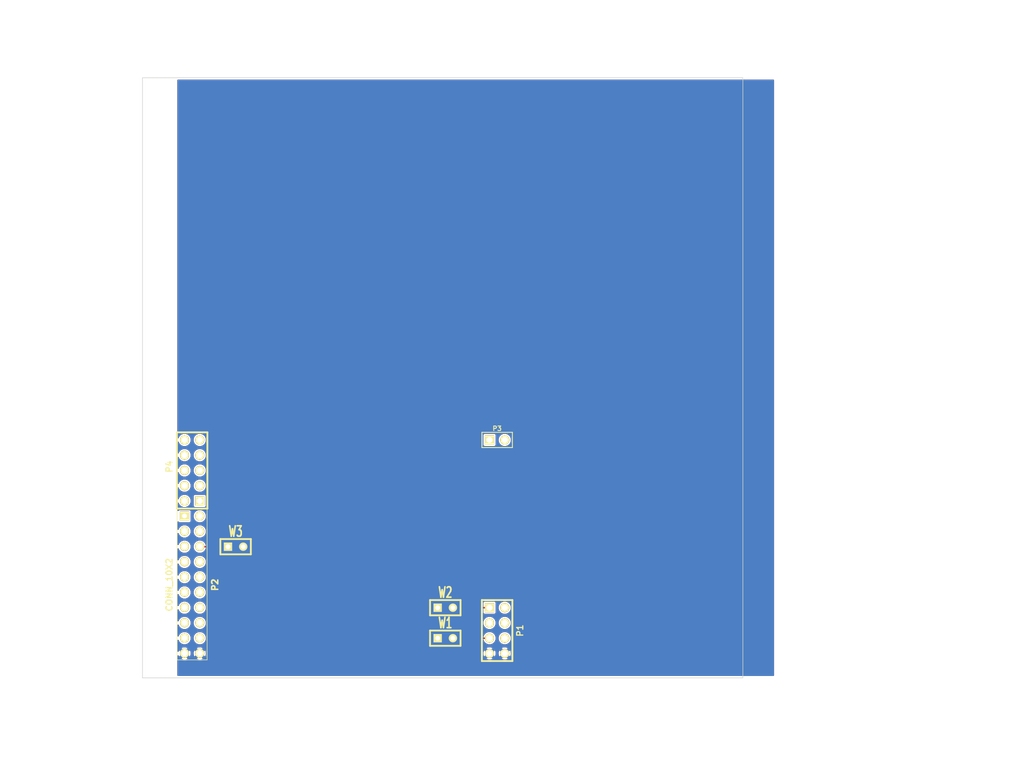
<source format=kicad_pcb>
(kicad_pcb (version 3) (host pcbnew "(2013-07-07 BZR 4022)-stable")

  (general
    (links 7)
    (no_connects 1)
    (area 96.266 79.121 266.827001 205.740001)
    (thickness 1.6)
    (drawings 16)
    (tracks 3)
    (zones 0)
    (modules 7)
    (nets 5)
  )

  (page A3)
  (layers
    (15 F.Cu signal)
    (0 B.Cu signal)
    (16 B.Adhes user)
    (17 F.Adhes user)
    (18 B.Paste user)
    (19 F.Paste user)
    (20 B.SilkS user)
    (21 F.SilkS user)
    (22 B.Mask user)
    (23 F.Mask user)
    (24 Dwgs.User user)
    (25 Cmts.User user)
    (26 Eco1.User user)
    (27 Eco2.User user)
    (28 Edge.Cuts user)
  )

  (setup
    (last_trace_width 0.254)
    (trace_clearance 0.2032)
    (zone_clearance 0.254)
    (zone_45_only no)
    (trace_min 0.254)
    (segment_width 0.2)
    (edge_width 0.1)
    (via_size 0.889)
    (via_drill 0.635)
    (via_min_size 0.889)
    (via_min_drill 0.508)
    (uvia_size 0.508)
    (uvia_drill 0.127)
    (uvias_allowed no)
    (uvia_min_size 0.508)
    (uvia_min_drill 0.127)
    (pcb_text_width 0.3)
    (pcb_text_size 1.5 1.5)
    (mod_edge_width 0.15)
    (mod_text_size 1 1)
    (mod_text_width 0.15)
    (pad_size 1.5 1.5)
    (pad_drill 0.6)
    (pad_to_mask_clearance 0)
    (aux_axis_origin 0 0)
    (visible_elements 7FFFFFFF)
    (pcbplotparams
      (layerselection 3178497)
      (usegerberextensions true)
      (excludeedgelayer true)
      (linewidth 0.150000)
      (plotframeref false)
      (viasonmask false)
      (mode 1)
      (useauxorigin false)
      (hpglpennumber 1)
      (hpglpenspeed 20)
      (hpglpendiameter 15)
      (hpglpenoverlay 2)
      (psnegative false)
      (psa4output false)
      (plotreference true)
      (plotvalue true)
      (plotothertext true)
      (plotinvisibletext false)
      (padsonsilk false)
      (subtractmaskfromsilk false)
      (outputformat 1)
      (mirror false)
      (drillshape 0)
      (scaleselection 1)
      (outputdirectory ""))
  )

  (net 0 "")
  (net 1 /PA8)
  (net 2 /PC6)
  (net 3 CAN_RX)
  (net 4 GND)

  (net_class Default "This is the default net class."
    (clearance 0.2032)
    (trace_width 0.254)
    (via_dia 0.889)
    (via_drill 0.635)
    (uvia_dia 0.508)
    (uvia_drill 0.127)
    (add_net "")
    (add_net /PA8)
    (add_net /PC6)
    (add_net CAN_RX)
    (add_net GND)
  )

  (module pin_array_4x2 (layer F.Cu) (tedit 3FAB90E6) (tstamp 52DB405B)
    (at 179.07 184.15 270)
    (descr "Double rangee de contacts 2 x 4 pins")
    (tags CONN)
    (path /52DB4402)
    (fp_text reference P1 (at 0 -3.81 270) (layer F.SilkS)
      (effects (font (size 1.016 1.016) (thickness 0.2032)))
    )
    (fp_text value CONN_4X2 (at 0 3.81 270) (layer F.SilkS) hide
      (effects (font (size 1.016 1.016) (thickness 0.2032)))
    )
    (fp_line (start -5.08 -2.54) (end 5.08 -2.54) (layer F.SilkS) (width 0.3048))
    (fp_line (start 5.08 -2.54) (end 5.08 2.54) (layer F.SilkS) (width 0.3048))
    (fp_line (start 5.08 2.54) (end -5.08 2.54) (layer F.SilkS) (width 0.3048))
    (fp_line (start -5.08 2.54) (end -5.08 -2.54) (layer F.SilkS) (width 0.3048))
    (pad 1 thru_hole rect (at -3.81 1.27 270) (size 1.524 1.524) (drill 1.016)
      (layers *.Cu *.Mask F.SilkS)
      (net 1 /PA8)
    )
    (pad 2 thru_hole circle (at -3.81 -1.27 270) (size 1.524 1.524) (drill 1.016)
      (layers *.Cu *.Mask F.SilkS)
    )
    (pad 3 thru_hole circle (at -1.27 1.27 270) (size 1.524 1.524) (drill 1.016)
      (layers *.Cu *.Mask F.SilkS)
    )
    (pad 4 thru_hole circle (at -1.27 -1.27 270) (size 1.524 1.524) (drill 1.016)
      (layers *.Cu *.Mask F.SilkS)
    )
    (pad 5 thru_hole circle (at 1.27 1.27 270) (size 1.524 1.524) (drill 1.016)
      (layers *.Cu *.Mask F.SilkS)
      (net 2 /PC6)
    )
    (pad 6 thru_hole circle (at 1.27 -1.27 270) (size 1.524 1.524) (drill 1.016)
      (layers *.Cu *.Mask F.SilkS)
    )
    (pad 7 thru_hole circle (at 3.81 1.27 270) (size 1.524 1.524) (drill 1.016)
      (layers *.Cu *.Mask F.SilkS)
      (net 4 GND)
    )
    (pad 8 thru_hole circle (at 3.81 -1.27 270) (size 1.524 1.524) (drill 1.016)
      (layers *.Cu *.Mask F.SilkS)
      (net 4 GND)
    )
    (model pin_array/pins_array_4x2.wrl
      (at (xyz 0 0 0))
      (scale (xyz 1 1 1))
      (rotate (xyz 0 0 0))
    )
  )

  (module PIN_ARRAY_5x2 (layer F.Cu) (tedit 3FCF2109) (tstamp 52DB425D)
    (at 128.27 157.48 90)
    (descr "Double rangee de contacts 2 x 5 pins")
    (tags CONN)
    (path /52DB49D4)
    (fp_text reference P4 (at 0.635 -3.81 90) (layer F.SilkS)
      (effects (font (size 1.016 1.016) (thickness 0.2032)))
    )
    (fp_text value CONN_5X2 (at 0 -3.81 90) (layer F.SilkS) hide
      (effects (font (size 1.016 1.016) (thickness 0.2032)))
    )
    (fp_line (start -6.35 -2.54) (end 6.35 -2.54) (layer F.SilkS) (width 0.3048))
    (fp_line (start 6.35 -2.54) (end 6.35 2.54) (layer F.SilkS) (width 0.3048))
    (fp_line (start 6.35 2.54) (end -6.35 2.54) (layer F.SilkS) (width 0.3048))
    (fp_line (start -6.35 2.54) (end -6.35 -2.54) (layer F.SilkS) (width 0.3048))
    (pad 1 thru_hole rect (at -5.08 1.27 90) (size 1.524 1.524) (drill 1.016)
      (layers *.Cu *.Mask F.SilkS)
    )
    (pad 2 thru_hole circle (at -5.08 -1.27 90) (size 1.524 1.524) (drill 1.016)
      (layers *.Cu *.Mask F.SilkS)
    )
    (pad 3 thru_hole circle (at -2.54 1.27 90) (size 1.524 1.524) (drill 1.016)
      (layers *.Cu *.Mask F.SilkS)
    )
    (pad 4 thru_hole circle (at -2.54 -1.27 90) (size 1.524 1.524) (drill 1.016)
      (layers *.Cu *.Mask F.SilkS)
    )
    (pad 5 thru_hole circle (at 0 1.27 90) (size 1.524 1.524) (drill 1.016)
      (layers *.Cu *.Mask F.SilkS)
    )
    (pad 6 thru_hole circle (at 0 -1.27 90) (size 1.524 1.524) (drill 1.016)
      (layers *.Cu *.Mask F.SilkS)
    )
    (pad 7 thru_hole circle (at 2.54 1.27 90) (size 1.524 1.524) (drill 1.016)
      (layers *.Cu *.Mask F.SilkS)
    )
    (pad 8 thru_hole circle (at 2.54 -1.27 90) (size 1.524 1.524) (drill 1.016)
      (layers *.Cu *.Mask F.SilkS)
    )
    (pad 9 thru_hole circle (at 5.08 1.27 90) (size 1.524 1.524) (drill 1.016)
      (layers *.Cu *.Mask F.SilkS)
    )
    (pad 10 thru_hole circle (at 5.08 -1.27 90) (size 1.524 1.524) (drill 1.016)
      (layers *.Cu *.Mask F.SilkS)
    )
    (model pin_array/pins_array_5x2.wrl
      (at (xyz 0 0 0))
      (scale (xyz 1 1 1))
      (rotate (xyz 0 0 0))
    )
  )

  (module PIN_ARRAY_2X1 (layer F.Cu) (tedit 4565C520) (tstamp 52DB4267)
    (at 179.07 152.4)
    (descr "Connecteurs 2 pins")
    (tags "CONN DEV")
    (path /52DB49B9)
    (fp_text reference P3 (at 0 -1.905) (layer F.SilkS)
      (effects (font (size 0.762 0.762) (thickness 0.1524)))
    )
    (fp_text value CONN_2 (at 0 -1.905) (layer F.SilkS) hide
      (effects (font (size 0.762 0.762) (thickness 0.1524)))
    )
    (fp_line (start -2.54 1.27) (end -2.54 -1.27) (layer F.SilkS) (width 0.1524))
    (fp_line (start -2.54 -1.27) (end 2.54 -1.27) (layer F.SilkS) (width 0.1524))
    (fp_line (start 2.54 -1.27) (end 2.54 1.27) (layer F.SilkS) (width 0.1524))
    (fp_line (start 2.54 1.27) (end -2.54 1.27) (layer F.SilkS) (width 0.1524))
    (pad 1 thru_hole rect (at -1.27 0) (size 1.524 1.524) (drill 1.016)
      (layers *.Cu *.Mask F.SilkS)
    )
    (pad 2 thru_hole circle (at 1.27 0) (size 1.524 1.524) (drill 1.016)
      (layers *.Cu *.Mask F.SilkS)
    )
    (model pin_array/pins_array_2x1.wrl
      (at (xyz 0 0 0))
      (scale (xyz 1 1 1))
      (rotate (xyz 0 0 0))
    )
  )

  (module SIL-2 (layer F.Cu) (tedit 200000) (tstamp 52DBF668)
    (at 170.434 185.42)
    (descr "Connecteurs 2 pins")
    (tags "CONN DEV")
    (path /52DB714B)
    (fp_text reference W1 (at 0 -2.54) (layer F.SilkS)
      (effects (font (size 1.72974 1.08712) (thickness 0.3048)))
    )
    (fp_text value TEST (at 0 -2.54) (layer F.SilkS) hide
      (effects (font (size 1.524 1.016) (thickness 0.3048)))
    )
    (fp_line (start -2.54 1.27) (end -2.54 -1.27) (layer F.SilkS) (width 0.3048))
    (fp_line (start -2.54 -1.27) (end 2.54 -1.27) (layer F.SilkS) (width 0.3048))
    (fp_line (start 2.54 -1.27) (end 2.54 1.27) (layer F.SilkS) (width 0.3048))
    (fp_line (start 2.54 1.27) (end -2.54 1.27) (layer F.SilkS) (width 0.3048))
    (pad 1 thru_hole rect (at -1.27 0) (size 1.397 1.397) (drill 0.8128)
      (layers *.Cu *.Mask F.SilkS)
    )
    (pad 2 thru_hole circle (at 1.27 0) (size 1.397 1.397) (drill 0.8128)
      (layers *.Cu *.Mask F.SilkS)
      (net 2 /PC6)
    )
  )

  (module SIL-2 (layer F.Cu) (tedit 200000) (tstamp 52DBF672)
    (at 170.434 180.34)
    (descr "Connecteurs 2 pins")
    (tags "CONN DEV")
    (path /52DB716E)
    (fp_text reference W2 (at 0 -2.54) (layer F.SilkS)
      (effects (font (size 1.72974 1.08712) (thickness 0.3048)))
    )
    (fp_text value TEST (at 0 -2.54) (layer F.SilkS) hide
      (effects (font (size 1.524 1.016) (thickness 0.3048)))
    )
    (fp_line (start -2.54 1.27) (end -2.54 -1.27) (layer F.SilkS) (width 0.3048))
    (fp_line (start -2.54 -1.27) (end 2.54 -1.27) (layer F.SilkS) (width 0.3048))
    (fp_line (start 2.54 -1.27) (end 2.54 1.27) (layer F.SilkS) (width 0.3048))
    (fp_line (start 2.54 1.27) (end -2.54 1.27) (layer F.SilkS) (width 0.3048))
    (pad 1 thru_hole rect (at -1.27 0) (size 1.397 1.397) (drill 0.8128)
      (layers *.Cu *.Mask F.SilkS)
    )
    (pad 2 thru_hole circle (at 1.27 0) (size 1.397 1.397) (drill 0.8128)
      (layers *.Cu *.Mask F.SilkS)
      (net 1 /PA8)
    )
  )

  (module SIL-2 (layer F.Cu) (tedit 200000) (tstamp 52DBF70C)
    (at 135.509 170.18)
    (descr "Connecteurs 2 pins")
    (tags "CONN DEV")
    (path /52DBF6EE)
    (fp_text reference W3 (at 0 -2.54) (layer F.SilkS)
      (effects (font (size 1.72974 1.08712) (thickness 0.3048)))
    )
    (fp_text value TEST (at 0 -2.54) (layer F.SilkS) hide
      (effects (font (size 1.524 1.016) (thickness 0.3048)))
    )
    (fp_line (start -2.54 1.27) (end -2.54 -1.27) (layer F.SilkS) (width 0.3048))
    (fp_line (start -2.54 -1.27) (end 2.54 -1.27) (layer F.SilkS) (width 0.3048))
    (fp_line (start 2.54 -1.27) (end 2.54 1.27) (layer F.SilkS) (width 0.3048))
    (fp_line (start 2.54 1.27) (end -2.54 1.27) (layer F.SilkS) (width 0.3048))
    (pad 1 thru_hole rect (at -1.27 0) (size 1.397 1.397) (drill 0.8128)
      (layers *.Cu *.Mask F.SilkS)
      (net 3 CAN_RX)
    )
    (pad 2 thru_hole circle (at 1.27 0) (size 1.397 1.397) (drill 0.8128)
      (layers *.Cu *.Mask F.SilkS)
      (net 3 CAN_RX)
    )
  )

  (module PIN_ARRAY_10X2_M (layer F.Cu) (tedit 52B7206D) (tstamp 52DB4077)
    (at 128.27 176.53 270)
    (path /52DB4411)
    (fp_text reference P2 (at 0 -3.81 270) (layer F.SilkS)
      (effects (font (size 1.016 1.016) (thickness 0.254)))
    )
    (fp_text value CONN_10X2 (at 0 3.81 270) (layer F.SilkS)
      (effects (font (size 1.016 1.016) (thickness 0.2032)))
    )
    (fp_line (start 12.49934 2.49936) (end 12.49934 -2.49936) (layer F.SilkS) (width 0.09906))
    (fp_line (start 12.49934 -2.49936) (end -12.7508 -2.49936) (layer F.SilkS) (width 0.09906))
    (fp_line (start -12.7508 -2.49936) (end -12.7508 2.49936) (layer F.SilkS) (width 0.09906))
    (fp_line (start -12.7508 2.49936) (end 12.49934 2.49936) (layer F.SilkS) (width 0.09906))
    (pad 1 thru_hole rect (at -11.47064 1.27 270) (size 1.524 1.524) (drill 0.8128)
      (layers *.Cu *.Mask F.SilkS)
    )
    (pad 2 thru_hole circle (at -11.47064 -1.27 270) (size 1.524 1.524) (drill 1.016)
      (layers *.Cu *.Mask F.SilkS)
    )
    (pad 3 thru_hole circle (at -8.93064 1.27 270) (size 1.524 1.524) (drill 1.016)
      (layers *.Cu *.Mask F.SilkS)
    )
    (pad 4 thru_hole circle (at -8.93064 -1.27 270) (size 1.524 1.524) (drill 1.016)
      (layers *.Cu *.Mask F.SilkS)
    )
    (pad 5 thru_hole circle (at -6.39064 1.27 270) (size 1.524 1.524) (drill 1.016)
      (layers *.Cu *.Mask F.SilkS)
    )
    (pad 6 thru_hole circle (at -6.39064 -1.27 270) (size 1.524 1.524) (drill 1.016)
      (layers *.Cu *.Mask F.SilkS)
      (net 3 CAN_RX)
    )
    (pad 7 thru_hole circle (at -3.85064 1.27 270) (size 1.524 1.524) (drill 1.016)
      (layers *.Cu *.Mask F.SilkS)
    )
    (pad 8 thru_hole circle (at -3.85064 -1.27 270) (size 1.524 1.524) (drill 1.016)
      (layers *.Cu *.Mask F.SilkS)
    )
    (pad 9 thru_hole circle (at -1.31064 1.27 270) (size 1.524 1.524) (drill 1.016)
      (layers *.Cu *.Mask F.SilkS)
    )
    (pad 10 thru_hole circle (at -1.31064 -1.27 270) (size 1.524 1.524) (drill 1.016)
      (layers *.Cu *.Mask F.SilkS)
    )
    (pad 11 thru_hole circle (at 1.22936 1.27 270) (size 1.524 1.524) (drill 1.016)
      (layers *.Cu *.Mask F.SilkS)
    )
    (pad 12 thru_hole circle (at 1.22936 -1.27 270) (size 1.524 1.524) (drill 1.016)
      (layers *.Cu *.Mask F.SilkS)
    )
    (pad 13 thru_hole circle (at 3.76936 1.27 270) (size 1.524 1.524) (drill 1.016)
      (layers *.Cu *.Mask F.SilkS)
    )
    (pad 14 thru_hole circle (at 3.76936 -1.27 270) (size 1.524 1.524) (drill 1.016)
      (layers *.Cu *.Mask F.SilkS)
    )
    (pad 15 thru_hole circle (at 6.30936 1.27 270) (size 1.524 1.524) (drill 1.016)
      (layers *.Cu *.Mask F.SilkS)
    )
    (pad 16 thru_hole circle (at 6.30936 -1.27 270) (size 1.524 1.524) (drill 1.016)
      (layers *.Cu *.Mask F.SilkS)
    )
    (pad 17 thru_hole circle (at 8.84936 1.27 270) (size 1.524 1.524) (drill 1.016)
      (layers *.Cu *.Mask F.SilkS)
    )
    (pad 18 thru_hole circle (at 8.84936 -1.27 270) (size 1.524 1.524) (drill 1.016)
      (layers *.Cu *.Mask F.SilkS)
    )
    (pad 19 thru_hole circle (at 11.38936 1.27 270) (size 1.524 1.524) (drill 1.016)
      (layers *.Cu *.Mask F.SilkS)
      (net 4 GND)
    )
    (pad 20 thru_hole circle (at 11.38936 -1.27 270) (size 1.524 1.524) (drill 1.016)
      (layers *.Cu *.Mask F.SilkS)
      (net 4 GND)
    )
    (model lib/3d/M_header_10x2.wrl
      (at (xyz 0 0 0))
      (scale (xyz 1 1 1))
      (rotate (xyz -90 0 0))
    )
  )

  (gr_line (start 220 192.024) (end 120 192.024) (angle 90) (layer Edge.Cuts) (width 0.1))
  (gr_line (start 220 92.075) (end 220 192.024) (angle 90) (layer Edge.Cuts) (width 0.1))
  (gr_line (start 120 192.024) (end 120 92.075) (angle 90) (layer Edge.Cuts) (width 0.1))
  (gr_line (start 120 92.075) (end 220 92.075) (angle 90) (layer Edge.Cuts) (width 0.1))
  (gr_line (start 120.65 93.345) (end 186.69 93.345) (angle 90) (layer Cmts.User) (width 0.2))
  (gr_line (start 186.69 190.5) (end 186.69 93.472) (angle 90) (layer Cmts.User) (width 0.2))
  (gr_line (start 120.65 190.5) (end 186.69 190.5) (angle 90) (layer Cmts.User) (width 0.2))
  (gr_line (start 120.65 190.5) (end 120.65 93.472) (angle 90) (layer Cmts.User) (width 0.2))
  (gr_line (start 180.34 127) (end 177.8 127) (angle 90) (layer Cmts.User) (width 0.2))
  (gr_line (start 180.34 187.96) (end 180.34 127) (angle 90) (layer Cmts.User) (width 0.2))
  (gr_line (start 177.8 187.96) (end 180.34 187.96) (angle 90) (layer Cmts.User) (width 0.2))
  (gr_line (start 177.8 127) (end 177.8 187.96) (angle 90) (layer Cmts.User) (width 0.2))
  (gr_line (start 127 127) (end 129.54 127) (angle 90) (layer Cmts.User) (width 0.2))
  (gr_line (start 129.54 187.96) (end 129.54 127) (angle 90) (layer Cmts.User) (width 0.2))
  (gr_line (start 127 187.96) (end 129.54 187.96) (angle 90) (layer Cmts.User) (width 0.2))
  (gr_line (start 127 127) (end 127 187.96) (angle 90) (layer Cmts.User) (width 0.2))

  (segment (start 171.704 180.34) (end 177.8 180.34) (width 0.254) (layer F.Cu) (net 1))
  (segment (start 171.704 185.42) (end 177.8 185.42) (width 0.254) (layer F.Cu) (net 2))
  (segment (start 134.239 170.18) (end 129.54 170.18) (width 0.254) (layer F.Cu) (net 3))

  (zone (net 4) (net_name GND) (layer F.Cu) (tstamp 52DB43D9) (hatch edge 0.508)
    (connect_pads (clearance 0.254))
    (min_thickness 0.254)
    (fill (arc_segments 16) (thermal_gap 0.254) (thermal_bridge_width 0.508))
    (polygon
      (pts
        (xy 96.266 79.121) (xy 96.266 200.152) (xy 266.827 200.152) (xy 266.827 79.121)
      )
    )
    (filled_polygon
      (pts
        (xy 225.069 191.593) (xy 181.49609 191.593) (xy 181.49609 188.106944) (xy 181.483197 187.922856) (xy 181.483197 185.193641)
        (xy 181.483197 182.653641) (xy 181.483197 180.113641) (xy 181.483197 152.173641) (xy 181.309553 151.753389) (xy 180.988302 151.431577)
        (xy 180.568354 151.2572) (xy 180.113641 151.256803) (xy 179.693389 151.430447) (xy 179.371577 151.751698) (xy 179.1972 152.171646)
        (xy 179.196803 152.626359) (xy 179.370447 153.046611) (xy 179.691698 153.368423) (xy 180.111646 153.5428) (xy 180.566359 153.543197)
        (xy 180.986611 153.369553) (xy 181.308423 153.048302) (xy 181.4828 152.628354) (xy 181.483197 152.173641) (xy 181.483197 180.113641)
        (xy 181.309553 179.693389) (xy 180.988302 179.371577) (xy 180.568354 179.1972) (xy 180.113641 179.196803) (xy 179.693389 179.370447)
        (xy 179.371577 179.691698) (xy 179.1972 180.111646) (xy 179.196803 180.566359) (xy 179.370447 180.986611) (xy 179.691698 181.308423)
        (xy 180.111646 181.4828) (xy 180.566359 181.483197) (xy 180.986611 181.309553) (xy 181.308423 180.988302) (xy 181.4828 180.568354)
        (xy 181.483197 180.113641) (xy 181.483197 182.653641) (xy 181.309553 182.233389) (xy 180.988302 181.911577) (xy 180.568354 181.7372)
        (xy 180.113641 181.736803) (xy 179.693389 181.910447) (xy 179.371577 182.231698) (xy 179.1972 182.651646) (xy 179.196803 183.106359)
        (xy 179.370447 183.526611) (xy 179.691698 183.848423) (xy 180.111646 184.0228) (xy 180.566359 184.023197) (xy 180.986611 183.849553)
        (xy 181.308423 183.528302) (xy 181.4828 183.108354) (xy 181.483197 182.653641) (xy 181.483197 185.193641) (xy 181.309553 184.773389)
        (xy 180.988302 184.451577) (xy 180.568354 184.2772) (xy 180.113641 184.276803) (xy 179.693389 184.450447) (xy 179.371577 184.771698)
        (xy 179.1972 185.191646) (xy 179.196803 185.646359) (xy 179.370447 186.066611) (xy 179.691698 186.388423) (xy 180.111646 186.5628)
        (xy 180.566359 186.563197) (xy 180.986611 186.389553) (xy 181.308423 186.068302) (xy 181.4828 185.648354) (xy 181.483197 185.193641)
        (xy 181.483197 187.922856) (xy 181.464321 187.653342) (xy 181.351855 187.381825) (xy 181.181159 187.298446) (xy 181.001554 187.478051)
        (xy 181.001554 187.118841) (xy 180.918175 186.948145) (xy 180.486944 186.80391) (xy 180.033342 186.835679) (xy 179.761825 186.948145)
        (xy 179.678446 187.118841) (xy 180.34 187.780395) (xy 181.001554 187.118841) (xy 181.001554 187.478051) (xy 180.519605 187.96)
        (xy 181.181159 188.621554) (xy 181.351855 188.538175) (xy 181.49609 188.106944) (xy 181.49609 191.593) (xy 181.001554 191.593)
        (xy 181.001554 188.801159) (xy 180.34 188.139605) (xy 180.160395 188.31921) (xy 180.160395 187.96) (xy 179.498841 187.298446)
        (xy 179.328145 187.381825) (xy 179.18391 187.813056) (xy 179.215679 188.266658) (xy 179.328145 188.538175) (xy 179.498841 188.621554)
        (xy 180.160395 187.96) (xy 180.160395 188.31921) (xy 179.678446 188.801159) (xy 179.761825 188.971855) (xy 180.193056 189.11609)
        (xy 180.646658 189.084321) (xy 180.918175 188.971855) (xy 181.001554 188.801159) (xy 181.001554 191.593) (xy 178.95609 191.593)
        (xy 178.95609 188.106944) (xy 178.943197 187.922856) (xy 178.943197 185.193641) (xy 178.943197 182.653641) (xy 178.943066 182.653323)
        (xy 178.943066 181.026547) (xy 178.943066 179.502547) (xy 178.943066 153.086547) (xy 178.943066 151.562547) (xy 178.885184 151.422463)
        (xy 178.778101 151.315192) (xy 178.638118 151.257066) (xy 178.486547 151.256934) (xy 176.962547 151.256934) (xy 176.822463 151.314816)
        (xy 176.715192 151.421899) (xy 176.657066 151.561882) (xy 176.656934 151.713453) (xy 176.656934 153.237453) (xy 176.714816 153.377537)
        (xy 176.821899 153.484808) (xy 176.961882 153.542934) (xy 177.113453 153.543066) (xy 178.637453 153.543066) (xy 178.777537 153.485184)
        (xy 178.884808 153.378101) (xy 178.942934 153.238118) (xy 178.943066 153.086547) (xy 178.943066 179.502547) (xy 178.885184 179.362463)
        (xy 178.778101 179.255192) (xy 178.638118 179.197066) (xy 178.486547 179.196934) (xy 176.962547 179.196934) (xy 176.822463 179.254816)
        (xy 176.715192 179.361899) (xy 176.657066 179.501882) (xy 176.656934 179.653453) (xy 176.656934 181.177453) (xy 176.714816 181.317537)
        (xy 176.821899 181.424808) (xy 176.961882 181.482934) (xy 177.113453 181.483066) (xy 178.637453 181.483066) (xy 178.777537 181.425184)
        (xy 178.884808 181.318101) (xy 178.942934 181.178118) (xy 178.943066 181.026547) (xy 178.943066 182.653323) (xy 178.769553 182.233389)
        (xy 178.448302 181.911577) (xy 178.028354 181.7372) (xy 177.573641 181.736803) (xy 177.153389 181.910447) (xy 176.831577 182.231698)
        (xy 176.6572 182.651646) (xy 176.656803 183.106359) (xy 176.830447 183.526611) (xy 177.151698 183.848423) (xy 177.571646 184.0228)
        (xy 178.026359 184.023197) (xy 178.446611 183.849553) (xy 178.768423 183.528302) (xy 178.9428 183.108354) (xy 178.943197 182.653641)
        (xy 178.943197 185.193641) (xy 178.769553 184.773389) (xy 178.448302 184.451577) (xy 178.028354 184.2772) (xy 177.573641 184.276803)
        (xy 177.153389 184.450447) (xy 176.831577 184.771698) (xy 176.6572 185.191646) (xy 176.656803 185.646359) (xy 176.830447 186.066611)
        (xy 177.151698 186.388423) (xy 177.571646 186.5628) (xy 178.026359 186.563197) (xy 178.446611 186.389553) (xy 178.768423 186.068302)
        (xy 178.9428 185.648354) (xy 178.943197 185.193641) (xy 178.943197 187.922856) (xy 178.924321 187.653342) (xy 178.811855 187.381825)
        (xy 178.641159 187.298446) (xy 178.461554 187.478051) (xy 178.461554 187.118841) (xy 178.378175 186.948145) (xy 177.946944 186.80391)
        (xy 177.493342 186.835679) (xy 177.221825 186.948145) (xy 177.138446 187.118841) (xy 177.8 187.780395) (xy 178.461554 187.118841)
        (xy 178.461554 187.478051) (xy 177.979605 187.96) (xy 178.641159 188.621554) (xy 178.811855 188.538175) (xy 178.95609 188.106944)
        (xy 178.95609 191.593) (xy 178.461554 191.593) (xy 178.461554 188.801159) (xy 177.8 188.139605) (xy 177.620395 188.31921)
        (xy 177.620395 187.96) (xy 176.958841 187.298446) (xy 176.788145 187.381825) (xy 176.64391 187.813056) (xy 176.675679 188.266658)
        (xy 176.788145 188.538175) (xy 176.958841 188.621554) (xy 177.620395 187.96) (xy 177.620395 188.31921) (xy 177.138446 188.801159)
        (xy 177.221825 188.971855) (xy 177.653056 189.11609) (xy 178.106658 189.084321) (xy 178.378175 188.971855) (xy 178.461554 188.801159)
        (xy 178.461554 191.593) (xy 130.69609 191.593) (xy 130.69609 188.106944) (xy 130.683197 187.922856) (xy 130.683197 185.193641)
        (xy 130.683197 182.653641) (xy 130.683197 180.113641) (xy 130.683197 177.573641) (xy 130.683197 175.033641) (xy 130.683197 172.493641)
        (xy 130.683197 169.953641) (xy 130.683197 167.413641) (xy 130.683197 164.873641) (xy 130.683197 159.793641) (xy 130.683197 157.253641)
        (xy 130.683197 154.713641) (xy 130.683197 152.173641) (xy 130.509553 151.753389) (xy 130.188302 151.431577) (xy 129.768354 151.2572)
        (xy 129.313641 151.256803) (xy 128.893389 151.430447) (xy 128.571577 151.751698) (xy 128.3972 152.171646) (xy 128.396803 152.626359)
        (xy 128.570447 153.046611) (xy 128.891698 153.368423) (xy 129.311646 153.5428) (xy 129.766359 153.543197) (xy 130.186611 153.369553)
        (xy 130.508423 153.048302) (xy 130.6828 152.628354) (xy 130.683197 152.173641) (xy 130.683197 154.713641) (xy 130.509553 154.293389)
        (xy 130.188302 153.971577) (xy 129.768354 153.7972) (xy 129.313641 153.796803) (xy 128.893389 153.970447) (xy 128.571577 154.291698)
        (xy 128.3972 154.711646) (xy 128.396803 155.166359) (xy 128.570447 155.586611) (xy 128.891698 155.908423) (xy 129.311646 156.0828)
        (xy 129.766359 156.083197) (xy 130.186611 155.909553) (xy 130.508423 155.588302) (xy 130.6828 155.168354) (xy 130.683197 154.713641)
        (xy 130.683197 157.253641) (xy 130.509553 156.833389) (xy 130.188302 156.511577) (xy 129.768354 156.3372) (xy 129.313641 156.336803)
        (xy 128.893389 156.510447) (xy 128.571577 156.831698) (xy 128.3972 157.251646) (xy 128.396803 157.706359) (xy 128.570447 158.126611)
        (xy 128.891698 158.448423) (xy 129.311646 158.6228) (xy 129.766359 158.623197) (xy 130.186611 158.449553) (xy 130.508423 158.128302)
        (xy 130.6828 157.708354) (xy 130.683197 157.253641) (xy 130.683197 159.793641) (xy 130.509553 159.373389) (xy 130.188302 159.051577)
        (xy 129.768354 158.8772) (xy 129.313641 158.876803) (xy 128.893389 159.050447) (xy 128.571577 159.371698) (xy 128.3972 159.791646)
        (xy 128.396803 160.246359) (xy 128.570447 160.666611) (xy 128.891698 160.988423) (xy 129.311646 161.1628) (xy 129.766359 161.163197)
        (xy 130.186611 160.989553) (xy 130.508423 160.668302) (xy 130.6828 160.248354) (xy 130.683197 159.793641) (xy 130.683197 164.873641)
        (xy 130.683066 164.873323) (xy 130.683066 163.246547) (xy 130.683066 161.722547) (xy 130.625184 161.582463) (xy 130.518101 161.475192)
        (xy 130.378118 161.417066) (xy 130.226547 161.416934) (xy 128.702547 161.416934) (xy 128.562463 161.474816) (xy 128.455192 161.581899)
        (xy 128.397066 161.721882) (xy 128.396934 161.873453) (xy 128.396934 163.397453) (xy 128.454816 163.537537) (xy 128.561899 163.644808)
        (xy 128.701882 163.702934) (xy 128.853453 163.703066) (xy 130.377453 163.703066) (xy 130.517537 163.645184) (xy 130.624808 163.538101)
        (xy 130.682934 163.398118) (xy 130.683066 163.246547) (xy 130.683066 164.873323) (xy 130.509553 164.453389) (xy 130.188302 164.131577)
        (xy 129.768354 163.9572) (xy 129.313641 163.956803) (xy 128.893389 164.130447) (xy 128.571577 164.451698) (xy 128.3972 164.871646)
        (xy 128.396803 165.326359) (xy 128.570447 165.746611) (xy 128.891698 166.068423) (xy 129.311646 166.2428) (xy 129.766359 166.243197)
        (xy 130.186611 166.069553) (xy 130.508423 165.748302) (xy 130.6828 165.328354) (xy 130.683197 164.873641) (xy 130.683197 167.413641)
        (xy 130.509553 166.993389) (xy 130.188302 166.671577) (xy 129.768354 166.4972) (xy 129.313641 166.496803) (xy 128.893389 166.670447)
        (xy 128.571577 166.991698) (xy 128.3972 167.411646) (xy 128.396803 167.866359) (xy 128.570447 168.286611) (xy 128.891698 168.608423)
        (xy 129.311646 168.7828) (xy 129.766359 168.783197) (xy 130.186611 168.609553) (xy 130.508423 168.288302) (xy 130.6828 167.868354)
        (xy 130.683197 167.413641) (xy 130.683197 169.953641) (xy 130.509553 169.533389) (xy 130.188302 169.211577) (xy 129.768354 169.0372)
        (xy 129.313641 169.036803) (xy 128.893389 169.210447) (xy 128.571577 169.531698) (xy 128.3972 169.951646) (xy 128.396803 170.406359)
        (xy 128.570447 170.826611) (xy 128.891698 171.148423) (xy 129.311646 171.3228) (xy 129.766359 171.323197) (xy 130.186611 171.149553)
        (xy 130.508423 170.828302) (xy 130.6828 170.408354) (xy 130.683197 169.953641) (xy 130.683197 172.493641) (xy 130.509553 172.073389)
        (xy 130.188302 171.751577) (xy 129.768354 171.5772) (xy 129.313641 171.576803) (xy 128.893389 171.750447) (xy 128.571577 172.071698)
        (xy 128.3972 172.491646) (xy 128.396803 172.946359) (xy 128.570447 173.366611) (xy 128.891698 173.688423) (xy 129.311646 173.8628)
        (xy 129.766359 173.863197) (xy 130.186611 173.689553) (xy 130.508423 173.368302) (xy 130.6828 172.948354) (xy 130.683197 172.493641)
        (xy 130.683197 175.033641) (xy 130.509553 174.613389) (xy 130.188302 174.291577) (xy 129.768354 174.1172) (xy 129.313641 174.116803)
        (xy 128.893389 174.290447) (xy 128.571577 174.611698) (xy 128.3972 175.031646) (xy 128.396803 175.486359) (xy 128.570447 175.906611)
        (xy 128.891698 176.228423) (xy 129.311646 176.4028) (xy 129.766359 176.403197) (xy 130.186611 176.229553) (xy 130.508423 175.908302)
        (xy 130.6828 175.488354) (xy 130.683197 175.033641) (xy 130.683197 177.573641) (xy 130.509553 177.153389) (xy 130.188302 176.831577)
        (xy 129.768354 176.6572) (xy 129.313641 176.656803) (xy 128.893389 176.830447) (xy 128.571577 177.151698) (xy 128.3972 177.571646)
        (xy 128.396803 178.026359) (xy 128.570447 178.446611) (xy 128.891698 178.768423) (xy 129.311646 178.9428) (xy 129.766359 178.943197)
        (xy 130.186611 178.769553) (xy 130.508423 178.448302) (xy 130.6828 178.028354) (xy 130.683197 177.573641) (xy 130.683197 180.113641)
        (xy 130.509553 179.693389) (xy 130.188302 179.371577) (xy 129.768354 179.1972) (xy 129.313641 179.196803) (xy 128.893389 179.370447)
        (xy 128.571577 179.691698) (xy 128.3972 180.111646) (xy 128.396803 180.566359) (xy 128.570447 180.986611) (xy 128.891698 181.308423)
        (xy 129.311646 181.4828) (xy 129.766359 181.483197) (xy 130.186611 181.309553) (xy 130.508423 180.988302) (xy 130.6828 180.568354)
        (xy 130.683197 180.113641) (xy 130.683197 182.653641) (xy 130.509553 182.233389) (xy 130.188302 181.911577) (xy 129.768354 181.7372)
        (xy 129.313641 181.736803) (xy 128.893389 181.910447) (xy 128.571577 182.231698) (xy 128.3972 182.651646) (xy 128.396803 183.106359)
        (xy 128.570447 183.526611) (xy 128.891698 183.848423) (xy 129.311646 184.0228) (xy 129.766359 184.023197) (xy 130.186611 183.849553)
        (xy 130.508423 183.528302) (xy 130.6828 183.108354) (xy 130.683197 182.653641) (xy 130.683197 185.193641) (xy 130.509553 184.773389)
        (xy 130.188302 184.451577) (xy 129.768354 184.2772) (xy 129.313641 184.276803) (xy 128.893389 184.450447) (xy 128.571577 184.771698)
        (xy 128.3972 185.191646) (xy 128.396803 185.646359) (xy 128.570447 186.066611) (xy 128.891698 186.388423) (xy 129.311646 186.5628)
        (xy 129.766359 186.563197) (xy 130.186611 186.389553) (xy 130.508423 186.068302) (xy 130.6828 185.648354) (xy 130.683197 185.193641)
        (xy 130.683197 187.922856) (xy 130.664321 187.653342) (xy 130.551855 187.381825) (xy 130.381159 187.298446) (xy 130.201554 187.478051)
        (xy 130.201554 187.118841) (xy 130.118175 186.948145) (xy 129.686944 186.80391) (xy 129.233342 186.835679) (xy 128.961825 186.948145)
        (xy 128.878446 187.118841) (xy 129.54 187.780395) (xy 130.201554 187.118841) (xy 130.201554 187.478051) (xy 129.719605 187.96)
        (xy 130.381159 188.621554) (xy 130.551855 188.538175) (xy 130.69609 188.106944) (xy 130.69609 191.593) (xy 130.201554 191.593)
        (xy 130.201554 188.801159) (xy 129.54 188.139605) (xy 129.360395 188.31921) (xy 129.360395 187.96) (xy 128.698841 187.298446)
        (xy 128.528145 187.381825) (xy 128.38391 187.813056) (xy 128.415679 188.266658) (xy 128.528145 188.538175) (xy 128.698841 188.621554)
        (xy 129.360395 187.96) (xy 129.360395 188.31921) (xy 128.878446 188.801159) (xy 128.961825 188.971855) (xy 129.393056 189.11609)
        (xy 129.846658 189.084321) (xy 130.118175 188.971855) (xy 130.201554 188.801159) (xy 130.201554 191.593) (xy 128.15609 191.593)
        (xy 128.15609 188.106944) (xy 128.124321 187.653342) (xy 128.011855 187.381825) (xy 127.841159 187.298446) (xy 127.661554 187.478051)
        (xy 127.661554 187.118841) (xy 127.578175 186.948145) (xy 127.146944 186.80391) (xy 126.693342 186.835679) (xy 126.421825 186.948145)
        (xy 126.338446 187.118841) (xy 127 187.780395) (xy 127.661554 187.118841) (xy 127.661554 187.478051) (xy 127.179605 187.96)
        (xy 127.841159 188.621554) (xy 128.011855 188.538175) (xy 128.15609 188.106944) (xy 128.15609 191.593) (xy 127.661554 191.593)
        (xy 127.661554 188.801159) (xy 127 188.139605) (xy 126.338446 188.801159) (xy 126.421825 188.971855) (xy 126.853056 189.11609)
        (xy 127.306658 189.084321) (xy 127.578175 188.971855) (xy 127.661554 188.801159) (xy 127.661554 191.593) (xy 125.931 191.593)
        (xy 125.931 188.400214) (xy 125.988145 188.538175) (xy 126.158841 188.621554) (xy 126.820395 187.96) (xy 126.158841 187.298446)
        (xy 125.988145 187.381825) (xy 125.931 187.552676) (xy 125.931 185.82593) (xy 126.030447 186.066611) (xy 126.351698 186.388423)
        (xy 126.771646 186.5628) (xy 127.226359 186.563197) (xy 127.646611 186.389553) (xy 127.968423 186.068302) (xy 128.1428 185.648354)
        (xy 128.143197 185.193641) (xy 127.969553 184.773389) (xy 127.648302 184.451577) (xy 127.228354 184.2772) (xy 126.773641 184.276803)
        (xy 126.353389 184.450447) (xy 126.031577 184.771698) (xy 125.931 185.013915) (xy 125.931 183.28593) (xy 126.030447 183.526611)
        (xy 126.351698 183.848423) (xy 126.771646 184.0228) (xy 127.226359 184.023197) (xy 127.646611 183.849553) (xy 127.968423 183.528302)
        (xy 128.1428 183.108354) (xy 128.143197 182.653641) (xy 127.969553 182.233389) (xy 127.648302 181.911577) (xy 127.228354 181.7372)
        (xy 126.773641 181.736803) (xy 126.353389 181.910447) (xy 126.031577 182.231698) (xy 125.931 182.473915) (xy 125.931 180.74593)
        (xy 126.030447 180.986611) (xy 126.351698 181.308423) (xy 126.771646 181.4828) (xy 127.226359 181.483197) (xy 127.646611 181.309553)
        (xy 127.968423 180.988302) (xy 128.1428 180.568354) (xy 128.143197 180.113641) (xy 127.969553 179.693389) (xy 127.648302 179.371577)
        (xy 127.228354 179.1972) (xy 126.773641 179.196803) (xy 126.353389 179.370447) (xy 126.031577 179.691698) (xy 125.931 179.933915)
        (xy 125.931 178.20593) (xy 126.030447 178.446611) (xy 126.351698 178.768423) (xy 126.771646 178.9428) (xy 127.226359 178.943197)
        (xy 127.646611 178.769553) (xy 127.968423 178.448302) (xy 128.1428 178.028354) (xy 128.143197 177.573641) (xy 127.969553 177.153389)
        (xy 127.648302 176.831577) (xy 127.228354 176.6572) (xy 126.773641 176.656803) (xy 126.353389 176.830447) (xy 126.031577 177.151698)
        (xy 125.931 177.393915) (xy 125.931 175.66593) (xy 126.030447 175.906611) (xy 126.351698 176.228423) (xy 126.771646 176.4028)
        (xy 127.226359 176.403197) (xy 127.646611 176.229553) (xy 127.968423 175.908302) (xy 128.1428 175.488354) (xy 128.143197 175.033641)
        (xy 127.969553 174.613389) (xy 127.648302 174.291577) (xy 127.228354 174.1172) (xy 126.773641 174.116803) (xy 126.353389 174.290447)
        (xy 126.031577 174.611698) (xy 125.931 174.853915) (xy 125.931 173.12593) (xy 126.030447 173.366611) (xy 126.351698 173.688423)
        (xy 126.771646 173.8628) (xy 127.226359 173.863197) (xy 127.646611 173.689553) (xy 127.968423 173.368302) (xy 128.1428 172.948354)
        (xy 128.143197 172.493641) (xy 127.969553 172.073389) (xy 127.648302 171.751577) (xy 127.228354 171.5772) (xy 126.773641 171.576803)
        (xy 126.353389 171.750447) (xy 126.031577 172.071698) (xy 125.931 172.313915) (xy 125.931 170.58593) (xy 126.030447 170.826611)
        (xy 126.351698 171.148423) (xy 126.771646 171.3228) (xy 127.226359 171.323197) (xy 127.646611 171.149553) (xy 127.968423 170.828302)
        (xy 128.1428 170.408354) (xy 128.143197 169.953641) (xy 127.969553 169.533389) (xy 127.648302 169.211577) (xy 127.228354 169.0372)
        (xy 126.773641 169.036803) (xy 126.353389 169.210447) (xy 126.031577 169.531698) (xy 125.931 169.773915) (xy 125.931 168.04593)
        (xy 126.030447 168.286611) (xy 126.351698 168.608423) (xy 126.771646 168.7828) (xy 127.226359 168.783197) (xy 127.646611 168.609553)
        (xy 127.968423 168.288302) (xy 128.1428 167.868354) (xy 128.143197 167.413641) (xy 127.969553 166.993389) (xy 127.648302 166.671577)
        (xy 127.228354 166.4972) (xy 126.773641 166.496803) (xy 126.353389 166.670447) (xy 126.031577 166.991698) (xy 125.931 167.233915)
        (xy 125.931 166.093749) (xy 126.021899 166.184808) (xy 126.161882 166.242934) (xy 126.313453 166.243066) (xy 127.837453 166.243066)
        (xy 127.977537 166.185184) (xy 128.084808 166.078101) (xy 128.142934 165.938118) (xy 128.143066 165.786547) (xy 128.143066 164.262547)
        (xy 128.085184 164.122463) (xy 127.978101 164.015192) (xy 127.838118 163.957066) (xy 127.686547 163.956934) (xy 126.162547 163.956934)
        (xy 126.022463 164.014816) (xy 125.931 164.106118) (xy 125.931 162.96593) (xy 126.030447 163.206611) (xy 126.351698 163.528423)
        (xy 126.771646 163.7028) (xy 127.226359 163.703197) (xy 127.646611 163.529553) (xy 127.968423 163.208302) (xy 128.1428 162.788354)
        (xy 128.143197 162.333641) (xy 127.969553 161.913389) (xy 127.648302 161.591577) (xy 127.228354 161.4172) (xy 126.773641 161.416803)
        (xy 126.353389 161.590447) (xy 126.031577 161.911698) (xy 125.931 162.153915) (xy 125.931 160.42593) (xy 126.030447 160.666611)
        (xy 126.351698 160.988423) (xy 126.771646 161.1628) (xy 127.226359 161.163197) (xy 127.646611 160.989553) (xy 127.968423 160.668302)
        (xy 128.1428 160.248354) (xy 128.143197 159.793641) (xy 127.969553 159.373389) (xy 127.648302 159.051577) (xy 127.228354 158.8772)
        (xy 126.773641 158.876803) (xy 126.353389 159.050447) (xy 126.031577 159.371698) (xy 125.931 159.613915) (xy 125.931 157.88593)
        (xy 126.030447 158.126611) (xy 126.351698 158.448423) (xy 126.771646 158.6228) (xy 127.226359 158.623197) (xy 127.646611 158.449553)
        (xy 127.968423 158.128302) (xy 128.1428 157.708354) (xy 128.143197 157.253641) (xy 127.969553 156.833389) (xy 127.648302 156.511577)
        (xy 127.228354 156.3372) (xy 126.773641 156.336803) (xy 126.353389 156.510447) (xy 126.031577 156.831698) (xy 125.931 157.073915)
        (xy 125.931 155.34593) (xy 126.030447 155.586611) (xy 126.351698 155.908423) (xy 126.771646 156.0828) (xy 127.226359 156.083197)
        (xy 127.646611 155.909553) (xy 127.968423 155.588302) (xy 128.1428 155.168354) (xy 128.143197 154.713641) (xy 127.969553 154.293389)
        (xy 127.648302 153.971577) (xy 127.228354 153.7972) (xy 126.773641 153.796803) (xy 126.353389 153.970447) (xy 126.031577 154.291698)
        (xy 125.931 154.533915) (xy 125.931 152.80593) (xy 126.030447 153.046611) (xy 126.351698 153.368423) (xy 126.771646 153.5428)
        (xy 127.226359 153.543197) (xy 127.646611 153.369553) (xy 127.968423 153.048302) (xy 128.1428 152.628354) (xy 128.143197 152.173641)
        (xy 127.969553 151.753389) (xy 127.648302 151.431577) (xy 127.228354 151.2572) (xy 126.773641 151.256803) (xy 126.353389 151.430447)
        (xy 126.031577 151.751698) (xy 125.931 151.993915) (xy 125.931 92.506) (xy 225.069 92.506) (xy 225.069 191.593)
      )
    )
  )
  (zone (net 4) (net_name GND) (layer B.Cu) (tstamp 52DB43F0) (hatch edge 0.508)
    (connect_pads (clearance 0.254))
    (min_thickness 0.254)
    (fill (arc_segments 16) (thermal_gap 0.254) (thermal_bridge_width 0.508))
    (polygon
      (pts
        (xy 233.68 83.82) (xy 233.68 205.74) (xy 109.22 205.74) (xy 109.22 83.82)
      )
    )
    (filled_polygon
      (pts
        (xy 225.069 191.593) (xy 181.49609 191.593) (xy 181.49609 188.106944) (xy 181.483197 187.922856) (xy 181.483197 185.193641)
        (xy 181.483197 182.653641) (xy 181.483197 180.113641) (xy 181.483197 152.173641) (xy 181.309553 151.753389) (xy 180.988302 151.431577)
        (xy 180.568354 151.2572) (xy 180.113641 151.256803) (xy 179.693389 151.430447) (xy 179.371577 151.751698) (xy 179.1972 152.171646)
        (xy 179.196803 152.626359) (xy 179.370447 153.046611) (xy 179.691698 153.368423) (xy 180.111646 153.5428) (xy 180.566359 153.543197)
        (xy 180.986611 153.369553) (xy 181.308423 153.048302) (xy 181.4828 152.628354) (xy 181.483197 152.173641) (xy 181.483197 180.113641)
        (xy 181.309553 179.693389) (xy 180.988302 179.371577) (xy 180.568354 179.1972) (xy 180.113641 179.196803) (xy 179.693389 179.370447)
        (xy 179.371577 179.691698) (xy 179.1972 180.111646) (xy 179.196803 180.566359) (xy 179.370447 180.986611) (xy 179.691698 181.308423)
        (xy 180.111646 181.4828) (xy 180.566359 181.483197) (xy 180.986611 181.309553) (xy 181.308423 180.988302) (xy 181.4828 180.568354)
        (xy 181.483197 180.113641) (xy 181.483197 182.653641) (xy 181.309553 182.233389) (xy 180.988302 181.911577) (xy 180.568354 181.7372)
        (xy 180.113641 181.736803) (xy 179.693389 181.910447) (xy 179.371577 182.231698) (xy 179.1972 182.651646) (xy 179.196803 183.106359)
        (xy 179.370447 183.526611) (xy 179.691698 183.848423) (xy 180.111646 184.0228) (xy 180.566359 184.023197) (xy 180.986611 183.849553)
        (xy 181.308423 183.528302) (xy 181.4828 183.108354) (xy 181.483197 182.653641) (xy 181.483197 185.193641) (xy 181.309553 184.773389)
        (xy 180.988302 184.451577) (xy 180.568354 184.2772) (xy 180.113641 184.276803) (xy 179.693389 184.450447) (xy 179.371577 184.771698)
        (xy 179.1972 185.191646) (xy 179.196803 185.646359) (xy 179.370447 186.066611) (xy 179.691698 186.388423) (xy 180.111646 186.5628)
        (xy 180.566359 186.563197) (xy 180.986611 186.389553) (xy 181.308423 186.068302) (xy 181.4828 185.648354) (xy 181.483197 185.193641)
        (xy 181.483197 187.922856) (xy 181.464321 187.653342) (xy 181.351855 187.381825) (xy 181.181159 187.298446) (xy 181.001554 187.478051)
        (xy 181.001554 187.118841) (xy 180.918175 186.948145) (xy 180.486944 186.80391) (xy 180.033342 186.835679) (xy 179.761825 186.948145)
        (xy 179.678446 187.118841) (xy 180.34 187.780395) (xy 181.001554 187.118841) (xy 181.001554 187.478051) (xy 180.519605 187.96)
        (xy 181.181159 188.621554) (xy 181.351855 188.538175) (xy 181.49609 188.106944) (xy 181.49609 191.593) (xy 181.001554 191.593)
        (xy 181.001554 188.801159) (xy 180.34 188.139605) (xy 180.160395 188.31921) (xy 180.160395 187.96) (xy 179.498841 187.298446)
        (xy 179.328145 187.381825) (xy 179.18391 187.813056) (xy 179.215679 188.266658) (xy 179.328145 188.538175) (xy 179.498841 188.621554)
        (xy 180.160395 187.96) (xy 180.160395 188.31921) (xy 179.678446 188.801159) (xy 179.761825 188.971855) (xy 180.193056 189.11609)
        (xy 180.646658 189.084321) (xy 180.918175 188.971855) (xy 181.001554 188.801159) (xy 181.001554 191.593) (xy 178.95609 191.593)
        (xy 178.95609 188.106944) (xy 178.943197 187.922856) (xy 178.943197 185.193641) (xy 178.943197 182.653641) (xy 178.943066 182.653323)
        (xy 178.943066 181.026547) (xy 178.943066 179.502547) (xy 178.943066 153.086547) (xy 178.943066 151.562547) (xy 178.885184 151.422463)
        (xy 178.778101 151.315192) (xy 178.638118 151.257066) (xy 178.486547 151.256934) (xy 176.962547 151.256934) (xy 176.822463 151.314816)
        (xy 176.715192 151.421899) (xy 176.657066 151.561882) (xy 176.656934 151.713453) (xy 176.656934 153.237453) (xy 176.714816 153.377537)
        (xy 176.821899 153.484808) (xy 176.961882 153.542934) (xy 177.113453 153.543066) (xy 178.637453 153.543066) (xy 178.777537 153.485184)
        (xy 178.884808 153.378101) (xy 178.942934 153.238118) (xy 178.943066 153.086547) (xy 178.943066 179.502547) (xy 178.885184 179.362463)
        (xy 178.778101 179.255192) (xy 178.638118 179.197066) (xy 178.486547 179.196934) (xy 176.962547 179.196934) (xy 176.822463 179.254816)
        (xy 176.715192 179.361899) (xy 176.657066 179.501882) (xy 176.656934 179.653453) (xy 176.656934 181.177453) (xy 176.714816 181.317537)
        (xy 176.821899 181.424808) (xy 176.961882 181.482934) (xy 177.113453 181.483066) (xy 178.637453 181.483066) (xy 178.777537 181.425184)
        (xy 178.884808 181.318101) (xy 178.942934 181.178118) (xy 178.943066 181.026547) (xy 178.943066 182.653323) (xy 178.769553 182.233389)
        (xy 178.448302 181.911577) (xy 178.028354 181.7372) (xy 177.573641 181.736803) (xy 177.153389 181.910447) (xy 176.831577 182.231698)
        (xy 176.6572 182.651646) (xy 176.656803 183.106359) (xy 176.830447 183.526611) (xy 177.151698 183.848423) (xy 177.571646 184.0228)
        (xy 178.026359 184.023197) (xy 178.446611 183.849553) (xy 178.768423 183.528302) (xy 178.9428 183.108354) (xy 178.943197 182.653641)
        (xy 178.943197 185.193641) (xy 178.769553 184.773389) (xy 178.448302 184.451577) (xy 178.028354 184.2772) (xy 177.573641 184.276803)
        (xy 177.153389 184.450447) (xy 176.831577 184.771698) (xy 176.6572 185.191646) (xy 176.656803 185.646359) (xy 176.830447 186.066611)
        (xy 177.151698 186.388423) (xy 177.571646 186.5628) (xy 178.026359 186.563197) (xy 178.446611 186.389553) (xy 178.768423 186.068302)
        (xy 178.9428 185.648354) (xy 178.943197 185.193641) (xy 178.943197 187.922856) (xy 178.924321 187.653342) (xy 178.811855 187.381825)
        (xy 178.641159 187.298446) (xy 178.461554 187.478051) (xy 178.461554 187.118841) (xy 178.378175 186.948145) (xy 177.946944 186.80391)
        (xy 177.493342 186.835679) (xy 177.221825 186.948145) (xy 177.138446 187.118841) (xy 177.8 187.780395) (xy 178.461554 187.118841)
        (xy 178.461554 187.478051) (xy 177.979605 187.96) (xy 178.641159 188.621554) (xy 178.811855 188.538175) (xy 178.95609 188.106944)
        (xy 178.95609 191.593) (xy 178.461554 191.593) (xy 178.461554 188.801159) (xy 177.8 188.139605) (xy 177.620395 188.31921)
        (xy 177.620395 187.96) (xy 176.958841 187.298446) (xy 176.788145 187.381825) (xy 176.64391 187.813056) (xy 176.675679 188.266658)
        (xy 176.788145 188.538175) (xy 176.958841 188.621554) (xy 177.620395 187.96) (xy 177.620395 188.31921) (xy 177.138446 188.801159)
        (xy 177.221825 188.971855) (xy 177.653056 189.11609) (xy 178.106658 189.084321) (xy 178.378175 188.971855) (xy 178.461554 188.801159)
        (xy 178.461554 191.593) (xy 130.69609 191.593) (xy 130.69609 188.106944) (xy 130.683197 187.922856) (xy 130.683197 185.193641)
        (xy 130.683197 182.653641) (xy 130.683197 180.113641) (xy 130.683197 177.573641) (xy 130.683197 175.033641) (xy 130.683197 172.493641)
        (xy 130.683197 169.953641) (xy 130.683197 167.413641) (xy 130.683197 164.873641) (xy 130.683197 159.793641) (xy 130.683197 157.253641)
        (xy 130.683197 154.713641) (xy 130.683197 152.173641) (xy 130.509553 151.753389) (xy 130.188302 151.431577) (xy 129.768354 151.2572)
        (xy 129.313641 151.256803) (xy 128.893389 151.430447) (xy 128.571577 151.751698) (xy 128.3972 152.171646) (xy 128.396803 152.626359)
        (xy 128.570447 153.046611) (xy 128.891698 153.368423) (xy 129.311646 153.5428) (xy 129.766359 153.543197) (xy 130.186611 153.369553)
        (xy 130.508423 153.048302) (xy 130.6828 152.628354) (xy 130.683197 152.173641) (xy 130.683197 154.713641) (xy 130.509553 154.293389)
        (xy 130.188302 153.971577) (xy 129.768354 153.7972) (xy 129.313641 153.796803) (xy 128.893389 153.970447) (xy 128.571577 154.291698)
        (xy 128.3972 154.711646) (xy 128.396803 155.166359) (xy 128.570447 155.586611) (xy 128.891698 155.908423) (xy 129.311646 156.0828)
        (xy 129.766359 156.083197) (xy 130.186611 155.909553) (xy 130.508423 155.588302) (xy 130.6828 155.168354) (xy 130.683197 154.713641)
        (xy 130.683197 157.253641) (xy 130.509553 156.833389) (xy 130.188302 156.511577) (xy 129.768354 156.3372) (xy 129.313641 156.336803)
        (xy 128.893389 156.510447) (xy 128.571577 156.831698) (xy 128.3972 157.251646) (xy 128.396803 157.706359) (xy 128.570447 158.126611)
        (xy 128.891698 158.448423) (xy 129.311646 158.6228) (xy 129.766359 158.623197) (xy 130.186611 158.449553) (xy 130.508423 158.128302)
        (xy 130.6828 157.708354) (xy 130.683197 157.253641) (xy 130.683197 159.793641) (xy 130.509553 159.373389) (xy 130.188302 159.051577)
        (xy 129.768354 158.8772) (xy 129.313641 158.876803) (xy 128.893389 159.050447) (xy 128.571577 159.371698) (xy 128.3972 159.791646)
        (xy 128.396803 160.246359) (xy 128.570447 160.666611) (xy 128.891698 160.988423) (xy 129.311646 161.1628) (xy 129.766359 161.163197)
        (xy 130.186611 160.989553) (xy 130.508423 160.668302) (xy 130.6828 160.248354) (xy 130.683197 159.793641) (xy 130.683197 164.873641)
        (xy 130.683066 164.873323) (xy 130.683066 163.246547) (xy 130.683066 161.722547) (xy 130.625184 161.582463) (xy 130.518101 161.475192)
        (xy 130.378118 161.417066) (xy 130.226547 161.416934) (xy 128.702547 161.416934) (xy 128.562463 161.474816) (xy 128.455192 161.581899)
        (xy 128.397066 161.721882) (xy 128.396934 161.873453) (xy 128.396934 163.397453) (xy 128.454816 163.537537) (xy 128.561899 163.644808)
        (xy 128.701882 163.702934) (xy 128.853453 163.703066) (xy 130.377453 163.703066) (xy 130.517537 163.645184) (xy 130.624808 163.538101)
        (xy 130.682934 163.398118) (xy 130.683066 163.246547) (xy 130.683066 164.873323) (xy 130.509553 164.453389) (xy 130.188302 164.131577)
        (xy 129.768354 163.9572) (xy 129.313641 163.956803) (xy 128.893389 164.130447) (xy 128.571577 164.451698) (xy 128.3972 164.871646)
        (xy 128.396803 165.326359) (xy 128.570447 165.746611) (xy 128.891698 166.068423) (xy 129.311646 166.2428) (xy 129.766359 166.243197)
        (xy 130.186611 166.069553) (xy 130.508423 165.748302) (xy 130.6828 165.328354) (xy 130.683197 164.873641) (xy 130.683197 167.413641)
        (xy 130.509553 166.993389) (xy 130.188302 166.671577) (xy 129.768354 166.4972) (xy 129.313641 166.496803) (xy 128.893389 166.670447)
        (xy 128.571577 166.991698) (xy 128.3972 167.411646) (xy 128.396803 167.866359) (xy 128.570447 168.286611) (xy 128.891698 168.608423)
        (xy 129.311646 168.7828) (xy 129.766359 168.783197) (xy 130.186611 168.609553) (xy 130.508423 168.288302) (xy 130.6828 167.868354)
        (xy 130.683197 167.413641) (xy 130.683197 169.953641) (xy 130.509553 169.533389) (xy 130.188302 169.211577) (xy 129.768354 169.0372)
        (xy 129.313641 169.036803) (xy 128.893389 169.210447) (xy 128.571577 169.531698) (xy 128.3972 169.951646) (xy 128.396803 170.406359)
        (xy 128.570447 170.826611) (xy 128.891698 171.148423) (xy 129.311646 171.3228) (xy 129.766359 171.323197) (xy 130.186611 171.149553)
        (xy 130.508423 170.828302) (xy 130.6828 170.408354) (xy 130.683197 169.953641) (xy 130.683197 172.493641) (xy 130.509553 172.073389)
        (xy 130.188302 171.751577) (xy 129.768354 171.5772) (xy 129.313641 171.576803) (xy 128.893389 171.750447) (xy 128.571577 172.071698)
        (xy 128.3972 172.491646) (xy 128.396803 172.946359) (xy 128.570447 173.366611) (xy 128.891698 173.688423) (xy 129.311646 173.8628)
        (xy 129.766359 173.863197) (xy 130.186611 173.689553) (xy 130.508423 173.368302) (xy 130.6828 172.948354) (xy 130.683197 172.493641)
        (xy 130.683197 175.033641) (xy 130.509553 174.613389) (xy 130.188302 174.291577) (xy 129.768354 174.1172) (xy 129.313641 174.116803)
        (xy 128.893389 174.290447) (xy 128.571577 174.611698) (xy 128.3972 175.031646) (xy 128.396803 175.486359) (xy 128.570447 175.906611)
        (xy 128.891698 176.228423) (xy 129.311646 176.4028) (xy 129.766359 176.403197) (xy 130.186611 176.229553) (xy 130.508423 175.908302)
        (xy 130.6828 175.488354) (xy 130.683197 175.033641) (xy 130.683197 177.573641) (xy 130.509553 177.153389) (xy 130.188302 176.831577)
        (xy 129.768354 176.6572) (xy 129.313641 176.656803) (xy 128.893389 176.830447) (xy 128.571577 177.151698) (xy 128.3972 177.571646)
        (xy 128.396803 178.026359) (xy 128.570447 178.446611) (xy 128.891698 178.768423) (xy 129.311646 178.9428) (xy 129.766359 178.943197)
        (xy 130.186611 178.769553) (xy 130.508423 178.448302) (xy 130.6828 178.028354) (xy 130.683197 177.573641) (xy 130.683197 180.113641)
        (xy 130.509553 179.693389) (xy 130.188302 179.371577) (xy 129.768354 179.1972) (xy 129.313641 179.196803) (xy 128.893389 179.370447)
        (xy 128.571577 179.691698) (xy 128.3972 180.111646) (xy 128.396803 180.566359) (xy 128.570447 180.986611) (xy 128.891698 181.308423)
        (xy 129.311646 181.4828) (xy 129.766359 181.483197) (xy 130.186611 181.309553) (xy 130.508423 180.988302) (xy 130.6828 180.568354)
        (xy 130.683197 180.113641) (xy 130.683197 182.653641) (xy 130.509553 182.233389) (xy 130.188302 181.911577) (xy 129.768354 181.7372)
        (xy 129.313641 181.736803) (xy 128.893389 181.910447) (xy 128.571577 182.231698) (xy 128.3972 182.651646) (xy 128.396803 183.106359)
        (xy 128.570447 183.526611) (xy 128.891698 183.848423) (xy 129.311646 184.0228) (xy 129.766359 184.023197) (xy 130.186611 183.849553)
        (xy 130.508423 183.528302) (xy 130.6828 183.108354) (xy 130.683197 182.653641) (xy 130.683197 185.193641) (xy 130.509553 184.773389)
        (xy 130.188302 184.451577) (xy 129.768354 184.2772) (xy 129.313641 184.276803) (xy 128.893389 184.450447) (xy 128.571577 184.771698)
        (xy 128.3972 185.191646) (xy 128.396803 185.646359) (xy 128.570447 186.066611) (xy 128.891698 186.388423) (xy 129.311646 186.5628)
        (xy 129.766359 186.563197) (xy 130.186611 186.389553) (xy 130.508423 186.068302) (xy 130.6828 185.648354) (xy 130.683197 185.193641)
        (xy 130.683197 187.922856) (xy 130.664321 187.653342) (xy 130.551855 187.381825) (xy 130.381159 187.298446) (xy 130.201554 187.478051)
        (xy 130.201554 187.118841) (xy 130.118175 186.948145) (xy 129.686944 186.80391) (xy 129.233342 186.835679) (xy 128.961825 186.948145)
        (xy 128.878446 187.118841) (xy 129.54 187.780395) (xy 130.201554 187.118841) (xy 130.201554 187.478051) (xy 129.719605 187.96)
        (xy 130.381159 188.621554) (xy 130.551855 188.538175) (xy 130.69609 188.106944) (xy 130.69609 191.593) (xy 130.201554 191.593)
        (xy 130.201554 188.801159) (xy 129.54 188.139605) (xy 129.360395 188.31921) (xy 129.360395 187.96) (xy 128.698841 187.298446)
        (xy 128.528145 187.381825) (xy 128.38391 187.813056) (xy 128.415679 188.266658) (xy 128.528145 188.538175) (xy 128.698841 188.621554)
        (xy 129.360395 187.96) (xy 129.360395 188.31921) (xy 128.878446 188.801159) (xy 128.961825 188.971855) (xy 129.393056 189.11609)
        (xy 129.846658 189.084321) (xy 130.118175 188.971855) (xy 130.201554 188.801159) (xy 130.201554 191.593) (xy 128.15609 191.593)
        (xy 128.15609 188.106944) (xy 128.124321 187.653342) (xy 128.011855 187.381825) (xy 127.841159 187.298446) (xy 127.661554 187.478051)
        (xy 127.661554 187.118841) (xy 127.578175 186.948145) (xy 127.146944 186.80391) (xy 126.693342 186.835679) (xy 126.421825 186.948145)
        (xy 126.338446 187.118841) (xy 127 187.780395) (xy 127.661554 187.118841) (xy 127.661554 187.478051) (xy 127.179605 187.96)
        (xy 127.841159 188.621554) (xy 128.011855 188.538175) (xy 128.15609 188.106944) (xy 128.15609 191.593) (xy 127.661554 191.593)
        (xy 127.661554 188.801159) (xy 127 188.139605) (xy 126.338446 188.801159) (xy 126.421825 188.971855) (xy 126.853056 189.11609)
        (xy 127.306658 189.084321) (xy 127.578175 188.971855) (xy 127.661554 188.801159) (xy 127.661554 191.593) (xy 125.931 191.593)
        (xy 125.931 188.400214) (xy 125.988145 188.538175) (xy 126.158841 188.621554) (xy 126.820395 187.96) (xy 126.158841 187.298446)
        (xy 125.988145 187.381825) (xy 125.931 187.552676) (xy 125.931 185.82593) (xy 126.030447 186.066611) (xy 126.351698 186.388423)
        (xy 126.771646 186.5628) (xy 127.226359 186.563197) (xy 127.646611 186.389553) (xy 127.968423 186.068302) (xy 128.1428 185.648354)
        (xy 128.143197 185.193641) (xy 127.969553 184.773389) (xy 127.648302 184.451577) (xy 127.228354 184.2772) (xy 126.773641 184.276803)
        (xy 126.353389 184.450447) (xy 126.031577 184.771698) (xy 125.931 185.013915) (xy 125.931 183.28593) (xy 126.030447 183.526611)
        (xy 126.351698 183.848423) (xy 126.771646 184.0228) (xy 127.226359 184.023197) (xy 127.646611 183.849553) (xy 127.968423 183.528302)
        (xy 128.1428 183.108354) (xy 128.143197 182.653641) (xy 127.969553 182.233389) (xy 127.648302 181.911577) (xy 127.228354 181.7372)
        (xy 126.773641 181.736803) (xy 126.353389 181.910447) (xy 126.031577 182.231698) (xy 125.931 182.473915) (xy 125.931 180.74593)
        (xy 126.030447 180.986611) (xy 126.351698 181.308423) (xy 126.771646 181.4828) (xy 127.226359 181.483197) (xy 127.646611 181.309553)
        (xy 127.968423 180.988302) (xy 128.1428 180.568354) (xy 128.143197 180.113641) (xy 127.969553 179.693389) (xy 127.648302 179.371577)
        (xy 127.228354 179.1972) (xy 126.773641 179.196803) (xy 126.353389 179.370447) (xy 126.031577 179.691698) (xy 125.931 179.933915)
        (xy 125.931 178.20593) (xy 126.030447 178.446611) (xy 126.351698 178.768423) (xy 126.771646 178.9428) (xy 127.226359 178.943197)
        (xy 127.646611 178.769553) (xy 127.968423 178.448302) (xy 128.1428 178.028354) (xy 128.143197 177.573641) (xy 127.969553 177.153389)
        (xy 127.648302 176.831577) (xy 127.228354 176.6572) (xy 126.773641 176.656803) (xy 126.353389 176.830447) (xy 126.031577 177.151698)
        (xy 125.931 177.393915) (xy 125.931 175.66593) (xy 126.030447 175.906611) (xy 126.351698 176.228423) (xy 126.771646 176.4028)
        (xy 127.226359 176.403197) (xy 127.646611 176.229553) (xy 127.968423 175.908302) (xy 128.1428 175.488354) (xy 128.143197 175.033641)
        (xy 127.969553 174.613389) (xy 127.648302 174.291577) (xy 127.228354 174.1172) (xy 126.773641 174.116803) (xy 126.353389 174.290447)
        (xy 126.031577 174.611698) (xy 125.931 174.853915) (xy 125.931 173.12593) (xy 126.030447 173.366611) (xy 126.351698 173.688423)
        (xy 126.771646 173.8628) (xy 127.226359 173.863197) (xy 127.646611 173.689553) (xy 127.968423 173.368302) (xy 128.1428 172.948354)
        (xy 128.143197 172.493641) (xy 127.969553 172.073389) (xy 127.648302 171.751577) (xy 127.228354 171.5772) (xy 126.773641 171.576803)
        (xy 126.353389 171.750447) (xy 126.031577 172.071698) (xy 125.931 172.313915) (xy 125.931 170.58593) (xy 126.030447 170.826611)
        (xy 126.351698 171.148423) (xy 126.771646 171.3228) (xy 127.226359 171.323197) (xy 127.646611 171.149553) (xy 127.968423 170.828302)
        (xy 128.1428 170.408354) (xy 128.143197 169.953641) (xy 127.969553 169.533389) (xy 127.648302 169.211577) (xy 127.228354 169.0372)
        (xy 126.773641 169.036803) (xy 126.353389 169.210447) (xy 126.031577 169.531698) (xy 125.931 169.773915) (xy 125.931 168.04593)
        (xy 126.030447 168.286611) (xy 126.351698 168.608423) (xy 126.771646 168.7828) (xy 127.226359 168.783197) (xy 127.646611 168.609553)
        (xy 127.968423 168.288302) (xy 128.1428 167.868354) (xy 128.143197 167.413641) (xy 127.969553 166.993389) (xy 127.648302 166.671577)
        (xy 127.228354 166.4972) (xy 126.773641 166.496803) (xy 126.353389 166.670447) (xy 126.031577 166.991698) (xy 125.931 167.233915)
        (xy 125.931 166.093749) (xy 126.021899 166.184808) (xy 126.161882 166.242934) (xy 126.313453 166.243066) (xy 127.837453 166.243066)
        (xy 127.977537 166.185184) (xy 128.084808 166.078101) (xy 128.142934 165.938118) (xy 128.143066 165.786547) (xy 128.143066 164.262547)
        (xy 128.085184 164.122463) (xy 127.978101 164.015192) (xy 127.838118 163.957066) (xy 127.686547 163.956934) (xy 126.162547 163.956934)
        (xy 126.022463 164.014816) (xy 125.931 164.106118) (xy 125.931 162.96593) (xy 126.030447 163.206611) (xy 126.351698 163.528423)
        (xy 126.771646 163.7028) (xy 127.226359 163.703197) (xy 127.646611 163.529553) (xy 127.968423 163.208302) (xy 128.1428 162.788354)
        (xy 128.143197 162.333641) (xy 127.969553 161.913389) (xy 127.648302 161.591577) (xy 127.228354 161.4172) (xy 126.773641 161.416803)
        (xy 126.353389 161.590447) (xy 126.031577 161.911698) (xy 125.931 162.153915) (xy 125.931 160.42593) (xy 126.030447 160.666611)
        (xy 126.351698 160.988423) (xy 126.771646 161.1628) (xy 127.226359 161.163197) (xy 127.646611 160.989553) (xy 127.968423 160.668302)
        (xy 128.1428 160.248354) (xy 128.143197 159.793641) (xy 127.969553 159.373389) (xy 127.648302 159.051577) (xy 127.228354 158.8772)
        (xy 126.773641 158.876803) (xy 126.353389 159.050447) (xy 126.031577 159.371698) (xy 125.931 159.613915) (xy 125.931 157.88593)
        (xy 126.030447 158.126611) (xy 126.351698 158.448423) (xy 126.771646 158.6228) (xy 127.226359 158.623197) (xy 127.646611 158.449553)
        (xy 127.968423 158.128302) (xy 128.1428 157.708354) (xy 128.143197 157.253641) (xy 127.969553 156.833389) (xy 127.648302 156.511577)
        (xy 127.228354 156.3372) (xy 126.773641 156.336803) (xy 126.353389 156.510447) (xy 126.031577 156.831698) (xy 125.931 157.073915)
        (xy 125.931 155.34593) (xy 126.030447 155.586611) (xy 126.351698 155.908423) (xy 126.771646 156.0828) (xy 127.226359 156.083197)
        (xy 127.646611 155.909553) (xy 127.968423 155.588302) (xy 128.1428 155.168354) (xy 128.143197 154.713641) (xy 127.969553 154.293389)
        (xy 127.648302 153.971577) (xy 127.228354 153.7972) (xy 126.773641 153.796803) (xy 126.353389 153.970447) (xy 126.031577 154.291698)
        (xy 125.931 154.533915) (xy 125.931 152.80593) (xy 126.030447 153.046611) (xy 126.351698 153.368423) (xy 126.771646 153.5428)
        (xy 127.226359 153.543197) (xy 127.646611 153.369553) (xy 127.968423 153.048302) (xy 128.1428 152.628354) (xy 128.143197 152.173641)
        (xy 127.969553 151.753389) (xy 127.648302 151.431577) (xy 127.228354 151.2572) (xy 126.773641 151.256803) (xy 126.353389 151.430447)
        (xy 126.031577 151.751698) (xy 125.931 151.993915) (xy 125.931 92.506) (xy 225.069 92.506) (xy 225.069 191.593)
      )
    )
  )
)

</source>
